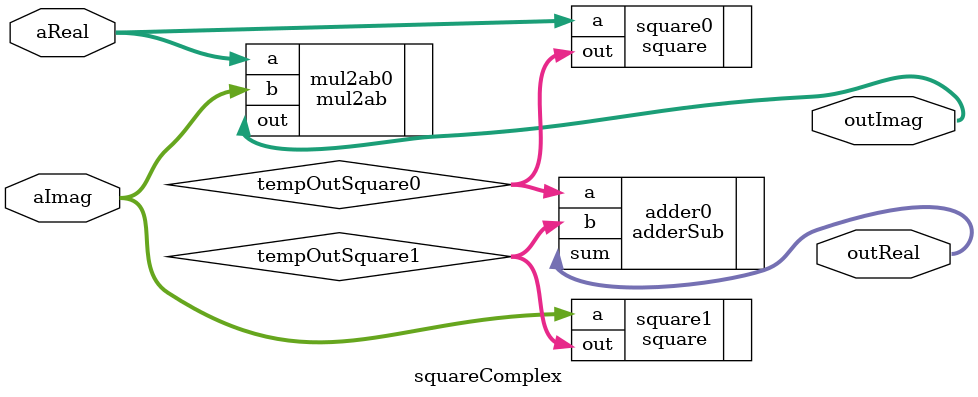
<source format=v>

`define SUB 1
`define SUM 0
module squareComplex#(parameter WIDTH = 8) 
(
	input  [WIDTH-1:0]aReal, 
	input  [WIDTH-1:0]aImag, 
	output  [2*WIDTH-1:0]outReal,
	output  [2*WIDTH-1:0]outImag
);

wire [2*WIDTH-1:0]tempOutSquare0; 
wire [2*WIDTH-1:0]tempOutSquare1; 
 
square#(.WIDTH(WIDTH)) square0
(
	.a(aReal),
	.out(tempOutSquare0)
);

square#(.WIDTH(WIDTH)) square1
(
	.a(aImag),
	.out(tempOutSquare1)
);

adderSub#(.WIDTH(16),.OP(`SUB)) adder0
(
	.a(tempOutSquare0),
	.b(tempOutSquare1),
	.sum(outReal)
);


mul2ab#(.WIDTH(WIDTH)) mul2ab0
(
	.a(aReal),
	.b(aImag),
	.out(outImag)
);


endmodule
</source>
